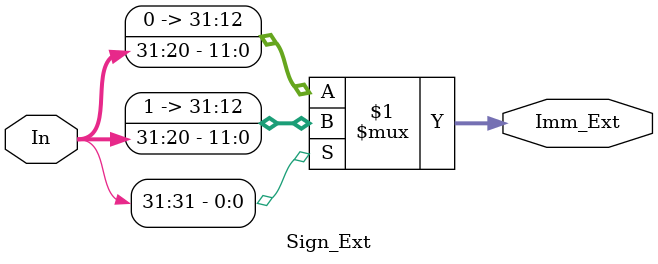
<source format=v>
module Sign_Ext (output [31:0] Imm_Ext,
                 input [31:0] In);
  
  assign Imm_Ext = (In[31]) ? {{20{1'b1}}, In[31:20]} : {{20{1'b0}}, In[31:20]};
  
endmodule

</source>
